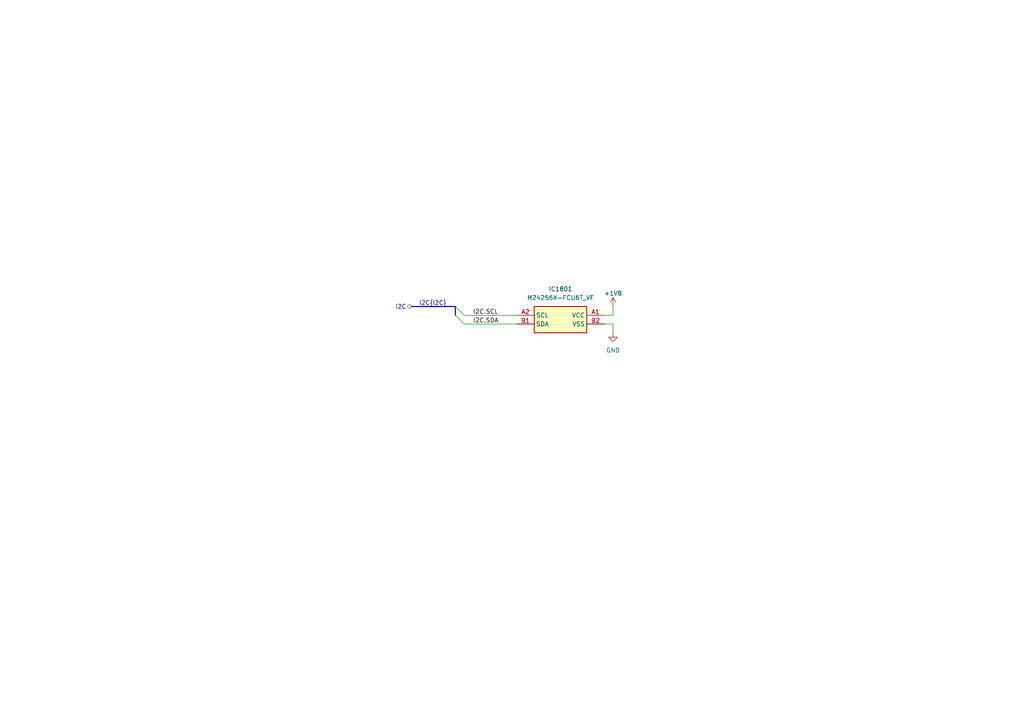
<source format=kicad_sch>
(kicad_sch (version 20230121) (generator eeschema)
  (paper "A4")
  (title_block (title "Watch EEPROM") (date "2023-12-30") (rev "1"))
  (lib_symbols
    (symbol "M24256X-FCU6T_VF:M24256X-FCU6T_VF"
      (property "Reference" "U" (at 0 7.62 0))
      (property "Value" "M24256X-FCU6T_VF" (at 0 5.08 0))
      (symbol "M24256X-FCU6T_VF_1_1"
        (rectangle (start -7.62 2.54) (end 7.62 -5.08) (stroke (width 0.254)) (fill (type background)))
        (pin passive line (at 12.7 0 180) (length 5.08) (name "VCC") (number "A1"))
        (pin passive line (at -12.7 0 0) (length 5.08) (name "SCL") (number "A2"))
        (pin passive line (at -12.7 -2.54 0) (length 5.08) (name "SDA") (number "B1"))
        (pin passive line (at 12.7 -2.54 180) (length 5.08) (name "VSS") (number "B2"))
      )
    )
    (symbol "power:+1V8" (power) (pin_names (offset 0))
      (property "Value" "+1V8" (at 0 3.556 0))
      (symbol "+1V8_0_1"
        (polyline (pts (xy -0.762 1.27) (xy 0 2.54)))
        (polyline (pts (xy 0 0) (xy 0 2.54)))
        (polyline (pts (xy 0 2.54) (xy 0.762 1.27)))
      )
      (symbol "+1V8_1_1"
        (pin power_in line (at 0 0 90) (length 0) hide (name "+1V8") (number "1"))
      )
    )
    (symbol "power:GND" (power) (pin_names (offset 0))
      (property "Value" "GND" (at 0 -3.81 0))
      (symbol "GND_0_1"
        (polyline (pts (xy 0 0) (xy 0 -1.27) (xy 1.27 -1.27) (xy 0 -2.54) (xy -1.27 -1.27) (xy 0 -1.27)))
      )
      (symbol "GND_1_1"
        (pin power_in line (at 0 0 270) (length 0) hide (name "GND") (number "1"))
      )
    )
  )
  (bus_entry (at 132.08 88.9) (size 2.54 2.54))
  (bus_entry (at 132.08 91.44) (size 2.54 2.54))
  (wire (pts (xy 175.26 93.98) (xy 177.8 93.98)))
  (wire (pts (xy 134.62 91.44) (xy 149.86 91.44)))
  (wire (pts (xy 175.26 91.44) (xy 177.8 91.44)))
  (wire (pts (xy 134.62 93.98) (xy 149.86 93.98)))
  (bus (pts (xy 132.08 88.9) (xy 119.38 88.9)))
  (wire (pts (xy 177.8 93.98) (xy 177.8 96.52)))
  (bus (pts (xy 132.08 88.9) (xy 132.08 91.44)))
  (wire (pts (xy 177.8 88.9) (xy 177.8 91.44)))
  (label "I2C.SDA" (at 137.16 93.98 0))
  (label "I2C{I2C}" (at 129.54 88.9 180))
  (label "I2C.SCL" (at 137.16 91.44 0))
  (hierarchical_label "I2C" (shape bidirectional) (at 119.38 88.9 180) (property "DSI" "DSI" (effects hide)))
  (symbol (lib_id "power:GND") (at 177.8 96.52 0) (unit 1)
    (property "Reference" "#PWR01803" (effects hide))
    (property "Value" "GND" (at 177.8 101.6 0))
    (instances (project "watch_main" (path "" (reference "#PWR01803") (unit 1)) (path "" (reference "#PWR01806") (unit 1))))
  )
  (symbol (lib_id "power:+1V8") (at 177.8 88.9 0) (unit 1)
    (property "Reference" "#PWR01802" (effects hide))
    (property "Value" "+1V8" (at 177.8 85.09 0))
    (instances (project "watch_main" (path "" (reference "#PWR01802") (unit 1)) (path "" (reference "#PWR01805") (unit 1))))
  )
  (symbol (lib_id "M24256X-FCU6T_VF:M24256X-FCU6T_VF") (at 162.56 91.44 0) (unit 1)
    (property "Reference" "IC1801" (at 162.56 83.82 0))
    (property "Value" "M24256X-FCU6T_VF" (at 162.56 86.36 0))
    (property "Footprint" "watch_footprints:BGA4C50P2X2_70X98X33" (effects hide))
    (property "Datasheet" "https://www.st.com/resource/en/datasheet/m24256x-f.pdf" (effects hide))
    (property "Height" "0.328" (effects hide))
    (property "Mouser Part Number" "511-M24256X-FCU6T/VF" (effects hide))
    (property "Mouser Price/Stock" "https://www.mouser.co.uk/ProductDetail/STMicroelectronics/M24256X-FCU6T-VF?qs=Wj%2FVkw3K%252BMB8rPOzTsJFzg%3D%3D" (effects hide))
    (property "Manufacturer_Name" "STMicroelectronics" (effects hide))
    (property "Manufacturer_Part_Number" "M24256X-FCU6T/VF" (effects hide))
  )
)
</source>
